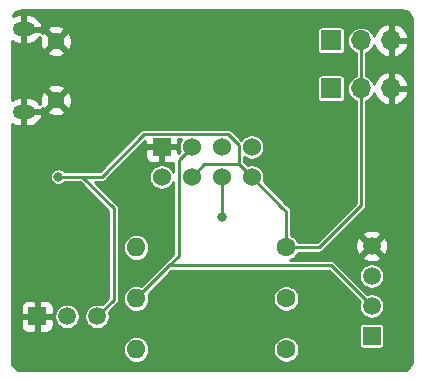
<source format=gbr>
G04 #@! TF.GenerationSoftware,KiCad,Pcbnew,5.1.2*
G04 #@! TF.CreationDate,2019-06-25T15:37:04+02:00*
G04 #@! TF.ProjectId,esp01-tempsensor,65737030-312d-4746-956d-7073656e736f,rev?*
G04 #@! TF.SameCoordinates,Original*
G04 #@! TF.FileFunction,Copper,L2,Bot*
G04 #@! TF.FilePolarity,Positive*
%FSLAX46Y46*%
G04 Gerber Fmt 4.6, Leading zero omitted, Abs format (unit mm)*
G04 Created by KiCad (PCBNEW 5.1.2) date 2019-06-25 15:37:04*
%MOMM*%
%LPD*%
G04 APERTURE LIST*
%ADD10C,1.524000*%
%ADD11R,1.524000X1.524000*%
%ADD12C,1.500000*%
%ADD13R,1.500000X1.500000*%
%ADD14C,1.520000*%
%ADD15R,1.520000X1.520000*%
%ADD16C,1.600000*%
%ADD17O,1.600000X1.600000*%
%ADD18C,1.450000*%
%ADD19O,1.900000X1.200000*%
%ADD20R,1.700000X1.700000*%
%ADD21O,1.700000X1.700000*%
%ADD22C,0.800000*%
%ADD23C,0.250000*%
%ADD24C,0.254000*%
G04 APERTURE END LIST*
D10*
X144145000Y-118237000D03*
X144145000Y-115697000D03*
X141605000Y-118237000D03*
X141605000Y-115697000D03*
X139065000Y-118237000D03*
X139065000Y-115697000D03*
X136525000Y-118237000D03*
D11*
X136525000Y-115697000D03*
D12*
X154305000Y-124079000D03*
X154305000Y-126619000D03*
X154305000Y-129159000D03*
D13*
X154305000Y-131699000D03*
D14*
X128524000Y-130048000D03*
X131064000Y-130048000D03*
D15*
X125984000Y-130048000D03*
D16*
X147066000Y-132842000D03*
D17*
X134366000Y-132842000D03*
D16*
X147066000Y-128524000D03*
D17*
X134366000Y-128524000D03*
D16*
X147066000Y-124206000D03*
D17*
X134366000Y-124206000D03*
D18*
X127572000Y-106720000D03*
X127572000Y-111720000D03*
D19*
X124872000Y-105720000D03*
X124872000Y-112720000D03*
D20*
X150876000Y-110744000D03*
D21*
X153416000Y-110744000D03*
X155956000Y-110744000D03*
D20*
X150876000Y-106680000D03*
D21*
X153416000Y-106680000D03*
X155956000Y-106680000D03*
D22*
X127772001Y-118226999D03*
X141605000Y-121666000D03*
D23*
X147066000Y-124206000D02*
X149860000Y-124206000D01*
X149860000Y-124206000D02*
X150876000Y-123190000D01*
X153416000Y-107882081D02*
X153416000Y-110744000D01*
X153416000Y-106680000D02*
X153416000Y-107882081D01*
X153416000Y-120650000D02*
X150876000Y-123190000D01*
X153416000Y-110744000D02*
X153416000Y-120650000D01*
X147066000Y-124206000D02*
X147066000Y-121158000D01*
X132461000Y-128651000D02*
X131064000Y-130048000D01*
X132461000Y-120904000D02*
X132461000Y-128651000D01*
X127772001Y-118226999D02*
X129783999Y-118226999D01*
X129783999Y-118226999D02*
X132461000Y-120904000D01*
X147066000Y-121158000D02*
X146748500Y-120840500D01*
X146748500Y-120840500D02*
X144145000Y-118237000D01*
X129783999Y-118226999D02*
X131455001Y-118226999D01*
X143383001Y-117475001D02*
X144145000Y-118237000D01*
X143057999Y-117149999D02*
X143383001Y-117475001D01*
X143057999Y-115541237D02*
X143057999Y-117149999D01*
X142126761Y-114609999D02*
X143057999Y-115541237D01*
X135072001Y-114609999D02*
X142126761Y-114609999D01*
X131455001Y-118226999D02*
X135072001Y-114609999D01*
X140152001Y-117149999D02*
X143057999Y-117149999D01*
X139065000Y-118237000D02*
X140152001Y-117149999D01*
X137160000Y-125730000D02*
X134366000Y-128524000D01*
X150876000Y-125730000D02*
X154305000Y-129159000D01*
X137160000Y-125730000D02*
X150876000Y-125730000D01*
X138303001Y-116458999D02*
X139065000Y-115697000D01*
X137977999Y-124912001D02*
X137977999Y-116784001D01*
X137977999Y-116784001D02*
X138303001Y-116458999D01*
X137160000Y-125730000D02*
X137977999Y-124912001D01*
X141605000Y-121666000D02*
X141605000Y-118237000D01*
D24*
G36*
X157031189Y-104157376D02*
G01*
X157194850Y-104207022D01*
X157345672Y-104287638D01*
X157477870Y-104396130D01*
X157586362Y-104528328D01*
X157666978Y-104679150D01*
X157716624Y-104842811D01*
X157734000Y-105019234D01*
X157734000Y-133740766D01*
X157716624Y-133917189D01*
X157666978Y-134080850D01*
X157586362Y-134231672D01*
X157477870Y-134363870D01*
X157345672Y-134472362D01*
X157194850Y-134552978D01*
X157031189Y-134602624D01*
X156854766Y-134620000D01*
X124704234Y-134620000D01*
X124527811Y-134602624D01*
X124364150Y-134552978D01*
X124213328Y-134472362D01*
X124081130Y-134363870D01*
X123972638Y-134231672D01*
X123892022Y-134080850D01*
X123842376Y-133917189D01*
X123825000Y-133740766D01*
X123825000Y-132842000D01*
X133233547Y-132842000D01*
X133255307Y-133062931D01*
X133319750Y-133275371D01*
X133424400Y-133471157D01*
X133565235Y-133642765D01*
X133736843Y-133783600D01*
X133932629Y-133888250D01*
X134145069Y-133952693D01*
X134310635Y-133969000D01*
X134421365Y-133969000D01*
X134586931Y-133952693D01*
X134799371Y-133888250D01*
X134995157Y-133783600D01*
X135166765Y-133642765D01*
X135307600Y-133471157D01*
X135412250Y-133275371D01*
X135476693Y-133062931D01*
X135498453Y-132842000D01*
X135487521Y-132731000D01*
X145939000Y-132731000D01*
X145939000Y-132953000D01*
X145982310Y-133170734D01*
X146067266Y-133375835D01*
X146190602Y-133560421D01*
X146347579Y-133717398D01*
X146532165Y-133840734D01*
X146737266Y-133925690D01*
X146955000Y-133969000D01*
X147177000Y-133969000D01*
X147394734Y-133925690D01*
X147599835Y-133840734D01*
X147784421Y-133717398D01*
X147941398Y-133560421D01*
X148064734Y-133375835D01*
X148149690Y-133170734D01*
X148193000Y-132953000D01*
X148193000Y-132731000D01*
X148149690Y-132513266D01*
X148064734Y-132308165D01*
X147941398Y-132123579D01*
X147784421Y-131966602D01*
X147599835Y-131843266D01*
X147394734Y-131758310D01*
X147177000Y-131715000D01*
X146955000Y-131715000D01*
X146737266Y-131758310D01*
X146532165Y-131843266D01*
X146347579Y-131966602D01*
X146190602Y-132123579D01*
X146067266Y-132308165D01*
X145982310Y-132513266D01*
X145939000Y-132731000D01*
X135487521Y-132731000D01*
X135476693Y-132621069D01*
X135412250Y-132408629D01*
X135307600Y-132212843D01*
X135166765Y-132041235D01*
X134995157Y-131900400D01*
X134799371Y-131795750D01*
X134586931Y-131731307D01*
X134421365Y-131715000D01*
X134310635Y-131715000D01*
X134145069Y-131731307D01*
X133932629Y-131795750D01*
X133736843Y-131900400D01*
X133565235Y-132041235D01*
X133424400Y-132212843D01*
X133319750Y-132408629D01*
X133255307Y-132621069D01*
X133233547Y-132842000D01*
X123825000Y-132842000D01*
X123825000Y-130808000D01*
X124585928Y-130808000D01*
X124598188Y-130932482D01*
X124634498Y-131052180D01*
X124693463Y-131162494D01*
X124772815Y-131259185D01*
X124869506Y-131338537D01*
X124979820Y-131397502D01*
X125099518Y-131433812D01*
X125224000Y-131446072D01*
X125698250Y-131443000D01*
X125857000Y-131284250D01*
X125857000Y-130175000D01*
X126111000Y-130175000D01*
X126111000Y-131284250D01*
X126269750Y-131443000D01*
X126744000Y-131446072D01*
X126868482Y-131433812D01*
X126988180Y-131397502D01*
X127098494Y-131338537D01*
X127195185Y-131259185D01*
X127274537Y-131162494D01*
X127333502Y-131052180D01*
X127369812Y-130932482D01*
X127382072Y-130808000D01*
X127379000Y-130333750D01*
X127220250Y-130175000D01*
X126111000Y-130175000D01*
X125857000Y-130175000D01*
X124747750Y-130175000D01*
X124589000Y-130333750D01*
X124585928Y-130808000D01*
X123825000Y-130808000D01*
X123825000Y-129940940D01*
X127437000Y-129940940D01*
X127437000Y-130155060D01*
X127478772Y-130365066D01*
X127560713Y-130562888D01*
X127679672Y-130740922D01*
X127831078Y-130892328D01*
X128009112Y-131011287D01*
X128206934Y-131093228D01*
X128416940Y-131135000D01*
X128631060Y-131135000D01*
X128841066Y-131093228D01*
X129038888Y-131011287D01*
X129216922Y-130892328D01*
X129368328Y-130740922D01*
X129487287Y-130562888D01*
X129569228Y-130365066D01*
X129611000Y-130155060D01*
X129611000Y-129940940D01*
X129569228Y-129730934D01*
X129487287Y-129533112D01*
X129368328Y-129355078D01*
X129216922Y-129203672D01*
X129038888Y-129084713D01*
X128841066Y-129002772D01*
X128631060Y-128961000D01*
X128416940Y-128961000D01*
X128206934Y-129002772D01*
X128009112Y-129084713D01*
X127831078Y-129203672D01*
X127679672Y-129355078D01*
X127560713Y-129533112D01*
X127478772Y-129730934D01*
X127437000Y-129940940D01*
X123825000Y-129940940D01*
X123825000Y-129288000D01*
X124585928Y-129288000D01*
X124589000Y-129762250D01*
X124747750Y-129921000D01*
X125857000Y-129921000D01*
X125857000Y-128811750D01*
X126111000Y-128811750D01*
X126111000Y-129921000D01*
X127220250Y-129921000D01*
X127379000Y-129762250D01*
X127382072Y-129288000D01*
X127369812Y-129163518D01*
X127333502Y-129043820D01*
X127274537Y-128933506D01*
X127195185Y-128836815D01*
X127098494Y-128757463D01*
X126988180Y-128698498D01*
X126868482Y-128662188D01*
X126744000Y-128649928D01*
X126269750Y-128653000D01*
X126111000Y-128811750D01*
X125857000Y-128811750D01*
X125698250Y-128653000D01*
X125224000Y-128649928D01*
X125099518Y-128662188D01*
X124979820Y-128698498D01*
X124869506Y-128757463D01*
X124772815Y-128836815D01*
X124693463Y-128933506D01*
X124634498Y-129043820D01*
X124598188Y-129163518D01*
X124585928Y-129288000D01*
X123825000Y-129288000D01*
X123825000Y-118155396D01*
X127045001Y-118155396D01*
X127045001Y-118298602D01*
X127072939Y-118439057D01*
X127127742Y-118571363D01*
X127207303Y-118690435D01*
X127308565Y-118791697D01*
X127427637Y-118871258D01*
X127559943Y-118926061D01*
X127700398Y-118953999D01*
X127843604Y-118953999D01*
X127984059Y-118926061D01*
X128116365Y-118871258D01*
X128235437Y-118791697D01*
X128336699Y-118690435D01*
X128344340Y-118678999D01*
X129596776Y-118678999D01*
X132009000Y-121091225D01*
X132009001Y-128463774D01*
X131443955Y-129028821D01*
X131381066Y-129002772D01*
X131171060Y-128961000D01*
X130956940Y-128961000D01*
X130746934Y-129002772D01*
X130549112Y-129084713D01*
X130371078Y-129203672D01*
X130219672Y-129355078D01*
X130100713Y-129533112D01*
X130018772Y-129730934D01*
X129977000Y-129940940D01*
X129977000Y-130155060D01*
X130018772Y-130365066D01*
X130100713Y-130562888D01*
X130219672Y-130740922D01*
X130371078Y-130892328D01*
X130549112Y-131011287D01*
X130746934Y-131093228D01*
X130956940Y-131135000D01*
X131171060Y-131135000D01*
X131381066Y-131093228D01*
X131578888Y-131011287D01*
X131672106Y-130949000D01*
X153226418Y-130949000D01*
X153226418Y-132449000D01*
X153232732Y-132513103D01*
X153251430Y-132574743D01*
X153281794Y-132631550D01*
X153322657Y-132681343D01*
X153372450Y-132722206D01*
X153429257Y-132752570D01*
X153490897Y-132771268D01*
X153555000Y-132777582D01*
X155055000Y-132777582D01*
X155119103Y-132771268D01*
X155180743Y-132752570D01*
X155237550Y-132722206D01*
X155287343Y-132681343D01*
X155328206Y-132631550D01*
X155358570Y-132574743D01*
X155377268Y-132513103D01*
X155383582Y-132449000D01*
X155383582Y-130949000D01*
X155377268Y-130884897D01*
X155358570Y-130823257D01*
X155328206Y-130766450D01*
X155287343Y-130716657D01*
X155237550Y-130675794D01*
X155180743Y-130645430D01*
X155119103Y-130626732D01*
X155055000Y-130620418D01*
X153555000Y-130620418D01*
X153490897Y-130626732D01*
X153429257Y-130645430D01*
X153372450Y-130675794D01*
X153322657Y-130716657D01*
X153281794Y-130766450D01*
X153251430Y-130823257D01*
X153232732Y-130884897D01*
X153226418Y-130949000D01*
X131672106Y-130949000D01*
X131756922Y-130892328D01*
X131908328Y-130740922D01*
X132027287Y-130562888D01*
X132109228Y-130365066D01*
X132151000Y-130155060D01*
X132151000Y-129940940D01*
X132109228Y-129730934D01*
X132083179Y-129668045D01*
X132764910Y-128986315D01*
X132782159Y-128972159D01*
X132838643Y-128903333D01*
X132880614Y-128824810D01*
X132906460Y-128739607D01*
X132913000Y-128673205D01*
X132915187Y-128651001D01*
X132913000Y-128628796D01*
X132913000Y-124206000D01*
X133233547Y-124206000D01*
X133255307Y-124426931D01*
X133319750Y-124639371D01*
X133424400Y-124835157D01*
X133565235Y-125006765D01*
X133736843Y-125147600D01*
X133932629Y-125252250D01*
X134145069Y-125316693D01*
X134310635Y-125333000D01*
X134421365Y-125333000D01*
X134586931Y-125316693D01*
X134799371Y-125252250D01*
X134995157Y-125147600D01*
X135166765Y-125006765D01*
X135307600Y-124835157D01*
X135412250Y-124639371D01*
X135476693Y-124426931D01*
X135498453Y-124206000D01*
X135476693Y-123985069D01*
X135412250Y-123772629D01*
X135307600Y-123576843D01*
X135166765Y-123405235D01*
X134995157Y-123264400D01*
X134799371Y-123159750D01*
X134586931Y-123095307D01*
X134421365Y-123079000D01*
X134310635Y-123079000D01*
X134145069Y-123095307D01*
X133932629Y-123159750D01*
X133736843Y-123264400D01*
X133565235Y-123405235D01*
X133424400Y-123576843D01*
X133319750Y-123772629D01*
X133255307Y-123985069D01*
X133233547Y-124206000D01*
X132913000Y-124206000D01*
X132913000Y-120926204D01*
X132915187Y-120903999D01*
X132906460Y-120815392D01*
X132880614Y-120730190D01*
X132866515Y-120703813D01*
X132838643Y-120651667D01*
X132782159Y-120582841D01*
X132764912Y-120568687D01*
X130875223Y-118678999D01*
X131432796Y-118678999D01*
X131455001Y-118681186D01*
X131477206Y-118678999D01*
X131543608Y-118672459D01*
X131628811Y-118646613D01*
X131707334Y-118604642D01*
X131776160Y-118548158D01*
X131790324Y-118530899D01*
X133862224Y-116459000D01*
X135124928Y-116459000D01*
X135137188Y-116583482D01*
X135173498Y-116703180D01*
X135232463Y-116813494D01*
X135311815Y-116910185D01*
X135408506Y-116989537D01*
X135518820Y-117048502D01*
X135638518Y-117084812D01*
X135763000Y-117097072D01*
X136239250Y-117094000D01*
X136398000Y-116935250D01*
X136398000Y-115824000D01*
X135286750Y-115824000D01*
X135128000Y-115982750D01*
X135124928Y-116459000D01*
X133862224Y-116459000D01*
X135126603Y-115194622D01*
X135128000Y-115411250D01*
X135286750Y-115570000D01*
X136398000Y-115570000D01*
X136398000Y-115550000D01*
X136652000Y-115550000D01*
X136652000Y-115570000D01*
X137763250Y-115570000D01*
X137922000Y-115411250D01*
X137924253Y-115061999D01*
X138179565Y-115061999D01*
X138099941Y-115181165D01*
X138017850Y-115379350D01*
X137976000Y-115589743D01*
X137976000Y-115804257D01*
X138017850Y-116014650D01*
X138044291Y-116078485D01*
X137999100Y-116123677D01*
X137999089Y-116123686D01*
X137923397Y-116199378D01*
X137922000Y-115982750D01*
X137763250Y-115824000D01*
X136652000Y-115824000D01*
X136652000Y-116935250D01*
X136810750Y-117094000D01*
X137287000Y-117097072D01*
X137411482Y-117084812D01*
X137526000Y-117050073D01*
X137526000Y-117807934D01*
X137490059Y-117721165D01*
X137370881Y-117542803D01*
X137219197Y-117391119D01*
X137040835Y-117271941D01*
X136842650Y-117189850D01*
X136632257Y-117148000D01*
X136417743Y-117148000D01*
X136207350Y-117189850D01*
X136009165Y-117271941D01*
X135830803Y-117391119D01*
X135679119Y-117542803D01*
X135559941Y-117721165D01*
X135477850Y-117919350D01*
X135436000Y-118129743D01*
X135436000Y-118344257D01*
X135477850Y-118554650D01*
X135559941Y-118752835D01*
X135679119Y-118931197D01*
X135830803Y-119082881D01*
X136009165Y-119202059D01*
X136207350Y-119284150D01*
X136417743Y-119326000D01*
X136632257Y-119326000D01*
X136842650Y-119284150D01*
X137040835Y-119202059D01*
X137219197Y-119082881D01*
X137370881Y-118931197D01*
X137490059Y-118752835D01*
X137526000Y-118666066D01*
X137525999Y-124724776D01*
X136856100Y-125394677D01*
X136838841Y-125408841D01*
X136824681Y-125426095D01*
X134779158Y-127471619D01*
X134586931Y-127413307D01*
X134421365Y-127397000D01*
X134310635Y-127397000D01*
X134145069Y-127413307D01*
X133932629Y-127477750D01*
X133736843Y-127582400D01*
X133565235Y-127723235D01*
X133424400Y-127894843D01*
X133319750Y-128090629D01*
X133255307Y-128303069D01*
X133233547Y-128524000D01*
X133255307Y-128744931D01*
X133319750Y-128957371D01*
X133424400Y-129153157D01*
X133565235Y-129324765D01*
X133736843Y-129465600D01*
X133932629Y-129570250D01*
X134145069Y-129634693D01*
X134310635Y-129651000D01*
X134421365Y-129651000D01*
X134586931Y-129634693D01*
X134799371Y-129570250D01*
X134995157Y-129465600D01*
X135166765Y-129324765D01*
X135307600Y-129153157D01*
X135412250Y-128957371D01*
X135476693Y-128744931D01*
X135498453Y-128524000D01*
X135487521Y-128413000D01*
X145939000Y-128413000D01*
X145939000Y-128635000D01*
X145982310Y-128852734D01*
X146067266Y-129057835D01*
X146190602Y-129242421D01*
X146347579Y-129399398D01*
X146532165Y-129522734D01*
X146737266Y-129607690D01*
X146955000Y-129651000D01*
X147177000Y-129651000D01*
X147394734Y-129607690D01*
X147599835Y-129522734D01*
X147784421Y-129399398D01*
X147941398Y-129242421D01*
X148064734Y-129057835D01*
X148149690Y-128852734D01*
X148193000Y-128635000D01*
X148193000Y-128413000D01*
X148149690Y-128195266D01*
X148064734Y-127990165D01*
X147941398Y-127805579D01*
X147784421Y-127648602D01*
X147599835Y-127525266D01*
X147394734Y-127440310D01*
X147177000Y-127397000D01*
X146955000Y-127397000D01*
X146737266Y-127440310D01*
X146532165Y-127525266D01*
X146347579Y-127648602D01*
X146190602Y-127805579D01*
X146067266Y-127990165D01*
X145982310Y-128195266D01*
X145939000Y-128413000D01*
X135487521Y-128413000D01*
X135476693Y-128303069D01*
X135418381Y-128110842D01*
X137347224Y-126182000D01*
X150688777Y-126182000D01*
X153293476Y-128786700D01*
X153269389Y-128844851D01*
X153228000Y-129052925D01*
X153228000Y-129265075D01*
X153269389Y-129473149D01*
X153350575Y-129669151D01*
X153468440Y-129845547D01*
X153618453Y-129995560D01*
X153794849Y-130113425D01*
X153990851Y-130194611D01*
X154198925Y-130236000D01*
X154411075Y-130236000D01*
X154619149Y-130194611D01*
X154815151Y-130113425D01*
X154991547Y-129995560D01*
X155141560Y-129845547D01*
X155259425Y-129669151D01*
X155340611Y-129473149D01*
X155382000Y-129265075D01*
X155382000Y-129052925D01*
X155340611Y-128844851D01*
X155259425Y-128648849D01*
X155141560Y-128472453D01*
X154991547Y-128322440D01*
X154815151Y-128204575D01*
X154619149Y-128123389D01*
X154411075Y-128082000D01*
X154198925Y-128082000D01*
X153990851Y-128123389D01*
X153932700Y-128147476D01*
X152298149Y-126512925D01*
X153228000Y-126512925D01*
X153228000Y-126725075D01*
X153269389Y-126933149D01*
X153350575Y-127129151D01*
X153468440Y-127305547D01*
X153618453Y-127455560D01*
X153794849Y-127573425D01*
X153990851Y-127654611D01*
X154198925Y-127696000D01*
X154411075Y-127696000D01*
X154619149Y-127654611D01*
X154815151Y-127573425D01*
X154991547Y-127455560D01*
X155141560Y-127305547D01*
X155259425Y-127129151D01*
X155340611Y-126933149D01*
X155382000Y-126725075D01*
X155382000Y-126512925D01*
X155340611Y-126304851D01*
X155259425Y-126108849D01*
X155141560Y-125932453D01*
X154991547Y-125782440D01*
X154815151Y-125664575D01*
X154619149Y-125583389D01*
X154411075Y-125542000D01*
X154198925Y-125542000D01*
X153990851Y-125583389D01*
X153794849Y-125664575D01*
X153618453Y-125782440D01*
X153468440Y-125932453D01*
X153350575Y-126108849D01*
X153269389Y-126304851D01*
X153228000Y-126512925D01*
X152298149Y-126512925D01*
X151211323Y-125426100D01*
X151197159Y-125408841D01*
X151128333Y-125352357D01*
X151049810Y-125310386D01*
X150964607Y-125284540D01*
X150898205Y-125278000D01*
X150876000Y-125275813D01*
X150853795Y-125278000D01*
X147422956Y-125278000D01*
X147599835Y-125204734D01*
X147784421Y-125081398D01*
X147829826Y-125035993D01*
X153527612Y-125035993D01*
X153593137Y-125274860D01*
X153840116Y-125390760D01*
X154104960Y-125456250D01*
X154377492Y-125468812D01*
X154647238Y-125427965D01*
X154903832Y-125335277D01*
X155016863Y-125274860D01*
X155082388Y-125035993D01*
X154305000Y-124258605D01*
X153527612Y-125035993D01*
X147829826Y-125035993D01*
X147941398Y-124924421D01*
X148064734Y-124739835D01*
X148098631Y-124658000D01*
X149837795Y-124658000D01*
X149860000Y-124660187D01*
X149882205Y-124658000D01*
X149948607Y-124651460D01*
X150033810Y-124625614D01*
X150112333Y-124583643D01*
X150181159Y-124527159D01*
X150195323Y-124509900D01*
X150553731Y-124151492D01*
X152915188Y-124151492D01*
X152956035Y-124421238D01*
X153048723Y-124677832D01*
X153109140Y-124790863D01*
X153348007Y-124856388D01*
X154125395Y-124079000D01*
X154484605Y-124079000D01*
X155261993Y-124856388D01*
X155500860Y-124790863D01*
X155616760Y-124543884D01*
X155682250Y-124279040D01*
X155694812Y-124006508D01*
X155653965Y-123736762D01*
X155561277Y-123480168D01*
X155500860Y-123367137D01*
X155261993Y-123301612D01*
X154484605Y-124079000D01*
X154125395Y-124079000D01*
X153348007Y-123301612D01*
X153109140Y-123367137D01*
X152993240Y-123614116D01*
X152927750Y-123878960D01*
X152915188Y-124151492D01*
X150553731Y-124151492D01*
X151211313Y-123493911D01*
X151211317Y-123493906D01*
X151583216Y-123122007D01*
X153527612Y-123122007D01*
X154305000Y-123899395D01*
X155082388Y-123122007D01*
X155016863Y-122883140D01*
X154769884Y-122767240D01*
X154505040Y-122701750D01*
X154232508Y-122689188D01*
X153962762Y-122730035D01*
X153706168Y-122822723D01*
X153593137Y-122883140D01*
X153527612Y-123122007D01*
X151583216Y-123122007D01*
X153719911Y-120985314D01*
X153737159Y-120971159D01*
X153793643Y-120902333D01*
X153835614Y-120823810D01*
X153861460Y-120738607D01*
X153868000Y-120672205D01*
X153868000Y-120672204D01*
X153870187Y-120650001D01*
X153868000Y-120627798D01*
X153868000Y-111836848D01*
X153868597Y-111836667D01*
X154073070Y-111727374D01*
X154252291Y-111580291D01*
X154399374Y-111401070D01*
X154508667Y-111196597D01*
X154527014Y-111136115D01*
X154611843Y-111375252D01*
X154760822Y-111625355D01*
X154955731Y-111841588D01*
X155189080Y-112015641D01*
X155451901Y-112140825D01*
X155599110Y-112185476D01*
X155829000Y-112064155D01*
X155829000Y-110871000D01*
X156083000Y-110871000D01*
X156083000Y-112064155D01*
X156312890Y-112185476D01*
X156460099Y-112140825D01*
X156722920Y-112015641D01*
X156956269Y-111841588D01*
X157151178Y-111625355D01*
X157300157Y-111375252D01*
X157397481Y-111100891D01*
X157276814Y-110871000D01*
X156083000Y-110871000D01*
X155829000Y-110871000D01*
X155809000Y-110871000D01*
X155809000Y-110617000D01*
X155829000Y-110617000D01*
X155829000Y-109423845D01*
X156083000Y-109423845D01*
X156083000Y-110617000D01*
X157276814Y-110617000D01*
X157397481Y-110387109D01*
X157300157Y-110112748D01*
X157151178Y-109862645D01*
X156956269Y-109646412D01*
X156722920Y-109472359D01*
X156460099Y-109347175D01*
X156312890Y-109302524D01*
X156083000Y-109423845D01*
X155829000Y-109423845D01*
X155599110Y-109302524D01*
X155451901Y-109347175D01*
X155189080Y-109472359D01*
X154955731Y-109646412D01*
X154760822Y-109862645D01*
X154611843Y-110112748D01*
X154527014Y-110351885D01*
X154508667Y-110291403D01*
X154399374Y-110086930D01*
X154252291Y-109907709D01*
X154073070Y-109760626D01*
X153868597Y-109651333D01*
X153868000Y-109651152D01*
X153868000Y-107772848D01*
X153868597Y-107772667D01*
X154073070Y-107663374D01*
X154252291Y-107516291D01*
X154399374Y-107337070D01*
X154508667Y-107132597D01*
X154527014Y-107072115D01*
X154611843Y-107311252D01*
X154760822Y-107561355D01*
X154955731Y-107777588D01*
X155189080Y-107951641D01*
X155451901Y-108076825D01*
X155599110Y-108121476D01*
X155829000Y-108000155D01*
X155829000Y-106807000D01*
X156083000Y-106807000D01*
X156083000Y-108000155D01*
X156312890Y-108121476D01*
X156460099Y-108076825D01*
X156722920Y-107951641D01*
X156956269Y-107777588D01*
X157151178Y-107561355D01*
X157300157Y-107311252D01*
X157397481Y-107036891D01*
X157276814Y-106807000D01*
X156083000Y-106807000D01*
X155829000Y-106807000D01*
X155809000Y-106807000D01*
X155809000Y-106553000D01*
X155829000Y-106553000D01*
X155829000Y-105359845D01*
X156083000Y-105359845D01*
X156083000Y-106553000D01*
X157276814Y-106553000D01*
X157397481Y-106323109D01*
X157300157Y-106048748D01*
X157151178Y-105798645D01*
X156956269Y-105582412D01*
X156722920Y-105408359D01*
X156460099Y-105283175D01*
X156312890Y-105238524D01*
X156083000Y-105359845D01*
X155829000Y-105359845D01*
X155599110Y-105238524D01*
X155451901Y-105283175D01*
X155189080Y-105408359D01*
X154955731Y-105582412D01*
X154760822Y-105798645D01*
X154611843Y-106048748D01*
X154527014Y-106287885D01*
X154508667Y-106227403D01*
X154399374Y-106022930D01*
X154252291Y-105843709D01*
X154073070Y-105696626D01*
X153868597Y-105587333D01*
X153646732Y-105520031D01*
X153473812Y-105503000D01*
X153358188Y-105503000D01*
X153185268Y-105520031D01*
X152963403Y-105587333D01*
X152758930Y-105696626D01*
X152579709Y-105843709D01*
X152432626Y-106022930D01*
X152323333Y-106227403D01*
X152256031Y-106449268D01*
X152233306Y-106680000D01*
X152256031Y-106910732D01*
X152323333Y-107132597D01*
X152432626Y-107337070D01*
X152579709Y-107516291D01*
X152758930Y-107663374D01*
X152963403Y-107772667D01*
X152964001Y-107772848D01*
X152964001Y-107859867D01*
X152964000Y-107859877D01*
X152964001Y-109651152D01*
X152963403Y-109651333D01*
X152758930Y-109760626D01*
X152579709Y-109907709D01*
X152432626Y-110086930D01*
X152323333Y-110291403D01*
X152256031Y-110513268D01*
X152233306Y-110744000D01*
X152256031Y-110974732D01*
X152323333Y-111196597D01*
X152432626Y-111401070D01*
X152579709Y-111580291D01*
X152758930Y-111727374D01*
X152963403Y-111836667D01*
X152964000Y-111836848D01*
X152964001Y-120462774D01*
X150572094Y-122854683D01*
X150572089Y-122854687D01*
X149672777Y-123754000D01*
X148098631Y-123754000D01*
X148064734Y-123672165D01*
X147941398Y-123487579D01*
X147784421Y-123330602D01*
X147599835Y-123207266D01*
X147518000Y-123173369D01*
X147518000Y-121180205D01*
X147520187Y-121158000D01*
X147511460Y-121069392D01*
X147485614Y-120984190D01*
X147469430Y-120953912D01*
X147443643Y-120905667D01*
X147387159Y-120836841D01*
X147369905Y-120822681D01*
X147083817Y-120536594D01*
X147083813Y-120536589D01*
X145165709Y-118618485D01*
X145192150Y-118554650D01*
X145234000Y-118344257D01*
X145234000Y-118129743D01*
X145192150Y-117919350D01*
X145110059Y-117721165D01*
X144990881Y-117542803D01*
X144839197Y-117391119D01*
X144660835Y-117271941D01*
X144462650Y-117189850D01*
X144252257Y-117148000D01*
X144037743Y-117148000D01*
X143827350Y-117189850D01*
X143763515Y-117216291D01*
X143718323Y-117171100D01*
X143718314Y-117171089D01*
X143509999Y-116962775D01*
X143509999Y-116582435D01*
X143629165Y-116662059D01*
X143827350Y-116744150D01*
X144037743Y-116786000D01*
X144252257Y-116786000D01*
X144462650Y-116744150D01*
X144660835Y-116662059D01*
X144839197Y-116542881D01*
X144990881Y-116391197D01*
X145110059Y-116212835D01*
X145192150Y-116014650D01*
X145234000Y-115804257D01*
X145234000Y-115589743D01*
X145192150Y-115379350D01*
X145110059Y-115181165D01*
X144990881Y-115002803D01*
X144839197Y-114851119D01*
X144660835Y-114731941D01*
X144462650Y-114649850D01*
X144252257Y-114608000D01*
X144037743Y-114608000D01*
X143827350Y-114649850D01*
X143629165Y-114731941D01*
X143450803Y-114851119D01*
X143299119Y-115002803D01*
X143242911Y-115086924D01*
X142462084Y-114306099D01*
X142447920Y-114288840D01*
X142379094Y-114232356D01*
X142300571Y-114190385D01*
X142215368Y-114164539D01*
X142148966Y-114157999D01*
X142126761Y-114155812D01*
X142104556Y-114157999D01*
X135094203Y-114157999D01*
X135072000Y-114155812D01*
X135049797Y-114157999D01*
X135049796Y-114157999D01*
X134983394Y-114164539D01*
X134898191Y-114190385D01*
X134819668Y-114232356D01*
X134750842Y-114288840D01*
X134736687Y-114306088D01*
X131267778Y-117774999D01*
X129806204Y-117774999D01*
X129783999Y-117772812D01*
X129761794Y-117774999D01*
X128344340Y-117774999D01*
X128336699Y-117763563D01*
X128235437Y-117662301D01*
X128116365Y-117582740D01*
X127984059Y-117527937D01*
X127843604Y-117499999D01*
X127700398Y-117499999D01*
X127559943Y-117527937D01*
X127427637Y-117582740D01*
X127308565Y-117662301D01*
X127207303Y-117763563D01*
X127127742Y-117882635D01*
X127072939Y-118014941D01*
X127045001Y-118155396D01*
X123825000Y-118155396D01*
X123825000Y-113740191D01*
X123932054Y-113812390D01*
X124156504Y-113906493D01*
X124395000Y-113955000D01*
X124745000Y-113955000D01*
X124745000Y-112847000D01*
X124999000Y-112847000D01*
X124999000Y-113955000D01*
X125349000Y-113955000D01*
X125587496Y-113906493D01*
X125811946Y-113812390D01*
X126013725Y-113676307D01*
X126185078Y-113503474D01*
X126319421Y-113300533D01*
X126411591Y-113075282D01*
X126415462Y-113037609D01*
X126290731Y-112847000D01*
X124999000Y-112847000D01*
X124745000Y-112847000D01*
X124725000Y-112847000D01*
X124725000Y-112659133D01*
X126812472Y-112659133D01*
X126874965Y-112895450D01*
X127117678Y-113008850D01*
X127377849Y-113072719D01*
X127645482Y-113084604D01*
X127910291Y-113044048D01*
X128162100Y-112952609D01*
X128269035Y-112895450D01*
X128331528Y-112659133D01*
X127572000Y-111899605D01*
X126812472Y-112659133D01*
X124725000Y-112659133D01*
X124725000Y-112593000D01*
X124745000Y-112593000D01*
X124745000Y-111485000D01*
X124999000Y-111485000D01*
X124999000Y-112593000D01*
X126290731Y-112593000D01*
X126404503Y-112419138D01*
X126632867Y-112479528D01*
X127392395Y-111720000D01*
X127751605Y-111720000D01*
X128511133Y-112479528D01*
X128747450Y-112417035D01*
X128860850Y-112174322D01*
X128924719Y-111914151D01*
X128936604Y-111646518D01*
X128896048Y-111381709D01*
X128804609Y-111129900D01*
X128747450Y-111022965D01*
X128511133Y-110960472D01*
X127751605Y-111720000D01*
X127392395Y-111720000D01*
X126632867Y-110960472D01*
X126396550Y-111022965D01*
X126283150Y-111265678D01*
X126219281Y-111525849D01*
X126207396Y-111793482D01*
X126242615Y-112023442D01*
X126185078Y-111936526D01*
X126013725Y-111763693D01*
X125811946Y-111627610D01*
X125587496Y-111533507D01*
X125349000Y-111485000D01*
X124999000Y-111485000D01*
X124745000Y-111485000D01*
X124395000Y-111485000D01*
X124156504Y-111533507D01*
X123932054Y-111627610D01*
X123825000Y-111699809D01*
X123825000Y-110780867D01*
X126812472Y-110780867D01*
X127572000Y-111540395D01*
X128331528Y-110780867D01*
X128269035Y-110544550D01*
X128026322Y-110431150D01*
X127766151Y-110367281D01*
X127498518Y-110355396D01*
X127233709Y-110395952D01*
X126981900Y-110487391D01*
X126874965Y-110544550D01*
X126812472Y-110780867D01*
X123825000Y-110780867D01*
X123825000Y-109894000D01*
X149697418Y-109894000D01*
X149697418Y-111594000D01*
X149703732Y-111658103D01*
X149722430Y-111719743D01*
X149752794Y-111776550D01*
X149793657Y-111826343D01*
X149843450Y-111867206D01*
X149900257Y-111897570D01*
X149961897Y-111916268D01*
X150026000Y-111922582D01*
X151726000Y-111922582D01*
X151790103Y-111916268D01*
X151851743Y-111897570D01*
X151908550Y-111867206D01*
X151958343Y-111826343D01*
X151999206Y-111776550D01*
X152029570Y-111719743D01*
X152048268Y-111658103D01*
X152054582Y-111594000D01*
X152054582Y-109894000D01*
X152048268Y-109829897D01*
X152029570Y-109768257D01*
X151999206Y-109711450D01*
X151958343Y-109661657D01*
X151908550Y-109620794D01*
X151851743Y-109590430D01*
X151790103Y-109571732D01*
X151726000Y-109565418D01*
X150026000Y-109565418D01*
X149961897Y-109571732D01*
X149900257Y-109590430D01*
X149843450Y-109620794D01*
X149793657Y-109661657D01*
X149752794Y-109711450D01*
X149722430Y-109768257D01*
X149703732Y-109829897D01*
X149697418Y-109894000D01*
X123825000Y-109894000D01*
X123825000Y-107659133D01*
X126812472Y-107659133D01*
X126874965Y-107895450D01*
X127117678Y-108008850D01*
X127377849Y-108072719D01*
X127645482Y-108084604D01*
X127910291Y-108044048D01*
X128162100Y-107952609D01*
X128269035Y-107895450D01*
X128331528Y-107659133D01*
X127572000Y-106899605D01*
X126812472Y-107659133D01*
X123825000Y-107659133D01*
X123825000Y-106740191D01*
X123932054Y-106812390D01*
X124156504Y-106906493D01*
X124395000Y-106955000D01*
X124745000Y-106955000D01*
X124745000Y-105847000D01*
X124999000Y-105847000D01*
X124999000Y-106955000D01*
X125349000Y-106955000D01*
X125587496Y-106906493D01*
X125811946Y-106812390D01*
X126013725Y-106676307D01*
X126185078Y-106503474D01*
X126248171Y-106408164D01*
X126219281Y-106525849D01*
X126207396Y-106793482D01*
X126247952Y-107058291D01*
X126339391Y-107310100D01*
X126396550Y-107417035D01*
X126632867Y-107479528D01*
X127392395Y-106720000D01*
X127751605Y-106720000D01*
X128511133Y-107479528D01*
X128747450Y-107417035D01*
X128860850Y-107174322D01*
X128924719Y-106914151D01*
X128936604Y-106646518D01*
X128896048Y-106381709D01*
X128804609Y-106129900D01*
X128747450Y-106022965D01*
X128511133Y-105960472D01*
X127751605Y-106720000D01*
X127392395Y-106720000D01*
X126632867Y-105960472D01*
X126404503Y-106020862D01*
X126290731Y-105847000D01*
X124999000Y-105847000D01*
X124745000Y-105847000D01*
X124725000Y-105847000D01*
X124725000Y-105780867D01*
X126812472Y-105780867D01*
X127572000Y-106540395D01*
X128282395Y-105830000D01*
X149697418Y-105830000D01*
X149697418Y-107530000D01*
X149703732Y-107594103D01*
X149722430Y-107655743D01*
X149752794Y-107712550D01*
X149793657Y-107762343D01*
X149843450Y-107803206D01*
X149900257Y-107833570D01*
X149961897Y-107852268D01*
X150026000Y-107858582D01*
X151726000Y-107858582D01*
X151790103Y-107852268D01*
X151851743Y-107833570D01*
X151908550Y-107803206D01*
X151958343Y-107762343D01*
X151999206Y-107712550D01*
X152029570Y-107655743D01*
X152048268Y-107594103D01*
X152054582Y-107530000D01*
X152054582Y-105830000D01*
X152048268Y-105765897D01*
X152029570Y-105704257D01*
X151999206Y-105647450D01*
X151958343Y-105597657D01*
X151908550Y-105556794D01*
X151851743Y-105526430D01*
X151790103Y-105507732D01*
X151726000Y-105501418D01*
X150026000Y-105501418D01*
X149961897Y-105507732D01*
X149900257Y-105526430D01*
X149843450Y-105556794D01*
X149793657Y-105597657D01*
X149752794Y-105647450D01*
X149722430Y-105704257D01*
X149703732Y-105765897D01*
X149697418Y-105830000D01*
X128282395Y-105830000D01*
X128331528Y-105780867D01*
X128269035Y-105544550D01*
X128026322Y-105431150D01*
X127766151Y-105367281D01*
X127498518Y-105355396D01*
X127233709Y-105395952D01*
X126981900Y-105487391D01*
X126874965Y-105544550D01*
X126812472Y-105780867D01*
X124725000Y-105780867D01*
X124725000Y-105593000D01*
X124745000Y-105593000D01*
X124745000Y-104485000D01*
X124999000Y-104485000D01*
X124999000Y-105593000D01*
X126290731Y-105593000D01*
X126415462Y-105402391D01*
X126411591Y-105364718D01*
X126319421Y-105139467D01*
X126185078Y-104936526D01*
X126013725Y-104763693D01*
X125811946Y-104627610D01*
X125587496Y-104533507D01*
X125349000Y-104485000D01*
X124999000Y-104485000D01*
X124745000Y-104485000D01*
X124395000Y-104485000D01*
X124156504Y-104533507D01*
X123932054Y-104627610D01*
X123912534Y-104640775D01*
X123972638Y-104528328D01*
X124081130Y-104396130D01*
X124213328Y-104287638D01*
X124364150Y-104207022D01*
X124527811Y-104157376D01*
X124704234Y-104140000D01*
X156854766Y-104140000D01*
X157031189Y-104157376D01*
X157031189Y-104157376D01*
G37*
X157031189Y-104157376D02*
X157194850Y-104207022D01*
X157345672Y-104287638D01*
X157477870Y-104396130D01*
X157586362Y-104528328D01*
X157666978Y-104679150D01*
X157716624Y-104842811D01*
X157734000Y-105019234D01*
X157734000Y-133740766D01*
X157716624Y-133917189D01*
X157666978Y-134080850D01*
X157586362Y-134231672D01*
X157477870Y-134363870D01*
X157345672Y-134472362D01*
X157194850Y-134552978D01*
X157031189Y-134602624D01*
X156854766Y-134620000D01*
X124704234Y-134620000D01*
X124527811Y-134602624D01*
X124364150Y-134552978D01*
X124213328Y-134472362D01*
X124081130Y-134363870D01*
X123972638Y-134231672D01*
X123892022Y-134080850D01*
X123842376Y-133917189D01*
X123825000Y-133740766D01*
X123825000Y-132842000D01*
X133233547Y-132842000D01*
X133255307Y-133062931D01*
X133319750Y-133275371D01*
X133424400Y-133471157D01*
X133565235Y-133642765D01*
X133736843Y-133783600D01*
X133932629Y-133888250D01*
X134145069Y-133952693D01*
X134310635Y-133969000D01*
X134421365Y-133969000D01*
X134586931Y-133952693D01*
X134799371Y-133888250D01*
X134995157Y-133783600D01*
X135166765Y-133642765D01*
X135307600Y-133471157D01*
X135412250Y-133275371D01*
X135476693Y-133062931D01*
X135498453Y-132842000D01*
X135487521Y-132731000D01*
X145939000Y-132731000D01*
X145939000Y-132953000D01*
X145982310Y-133170734D01*
X146067266Y-133375835D01*
X146190602Y-133560421D01*
X146347579Y-133717398D01*
X146532165Y-133840734D01*
X146737266Y-133925690D01*
X146955000Y-133969000D01*
X147177000Y-133969000D01*
X147394734Y-133925690D01*
X147599835Y-133840734D01*
X147784421Y-133717398D01*
X147941398Y-133560421D01*
X148064734Y-133375835D01*
X148149690Y-133170734D01*
X148193000Y-132953000D01*
X148193000Y-132731000D01*
X148149690Y-132513266D01*
X148064734Y-132308165D01*
X147941398Y-132123579D01*
X147784421Y-131966602D01*
X147599835Y-131843266D01*
X147394734Y-131758310D01*
X147177000Y-131715000D01*
X146955000Y-131715000D01*
X146737266Y-131758310D01*
X146532165Y-131843266D01*
X146347579Y-131966602D01*
X146190602Y-132123579D01*
X146067266Y-132308165D01*
X145982310Y-132513266D01*
X145939000Y-132731000D01*
X135487521Y-132731000D01*
X135476693Y-132621069D01*
X135412250Y-132408629D01*
X135307600Y-132212843D01*
X135166765Y-132041235D01*
X134995157Y-131900400D01*
X134799371Y-131795750D01*
X134586931Y-131731307D01*
X134421365Y-131715000D01*
X134310635Y-131715000D01*
X134145069Y-131731307D01*
X133932629Y-131795750D01*
X133736843Y-131900400D01*
X133565235Y-132041235D01*
X133424400Y-132212843D01*
X133319750Y-132408629D01*
X133255307Y-132621069D01*
X133233547Y-132842000D01*
X123825000Y-132842000D01*
X123825000Y-130808000D01*
X124585928Y-130808000D01*
X124598188Y-130932482D01*
X124634498Y-131052180D01*
X124693463Y-131162494D01*
X124772815Y-131259185D01*
X124869506Y-131338537D01*
X124979820Y-131397502D01*
X125099518Y-131433812D01*
X125224000Y-131446072D01*
X125698250Y-131443000D01*
X125857000Y-131284250D01*
X125857000Y-130175000D01*
X126111000Y-130175000D01*
X126111000Y-131284250D01*
X126269750Y-131443000D01*
X126744000Y-131446072D01*
X126868482Y-131433812D01*
X126988180Y-131397502D01*
X127098494Y-131338537D01*
X127195185Y-131259185D01*
X127274537Y-131162494D01*
X127333502Y-131052180D01*
X127369812Y-130932482D01*
X127382072Y-130808000D01*
X127379000Y-130333750D01*
X127220250Y-130175000D01*
X126111000Y-130175000D01*
X125857000Y-130175000D01*
X124747750Y-130175000D01*
X124589000Y-130333750D01*
X124585928Y-130808000D01*
X123825000Y-130808000D01*
X123825000Y-129940940D01*
X127437000Y-129940940D01*
X127437000Y-130155060D01*
X127478772Y-130365066D01*
X127560713Y-130562888D01*
X127679672Y-130740922D01*
X127831078Y-130892328D01*
X128009112Y-131011287D01*
X128206934Y-131093228D01*
X128416940Y-131135000D01*
X128631060Y-131135000D01*
X128841066Y-131093228D01*
X129038888Y-131011287D01*
X129216922Y-130892328D01*
X129368328Y-130740922D01*
X129487287Y-130562888D01*
X129569228Y-130365066D01*
X129611000Y-130155060D01*
X129611000Y-129940940D01*
X129569228Y-129730934D01*
X129487287Y-129533112D01*
X129368328Y-129355078D01*
X129216922Y-129203672D01*
X129038888Y-129084713D01*
X128841066Y-129002772D01*
X128631060Y-128961000D01*
X128416940Y-128961000D01*
X128206934Y-129002772D01*
X128009112Y-129084713D01*
X127831078Y-129203672D01*
X127679672Y-129355078D01*
X127560713Y-129533112D01*
X127478772Y-129730934D01*
X127437000Y-129940940D01*
X123825000Y-129940940D01*
X123825000Y-129288000D01*
X124585928Y-129288000D01*
X124589000Y-129762250D01*
X124747750Y-129921000D01*
X125857000Y-129921000D01*
X125857000Y-128811750D01*
X126111000Y-128811750D01*
X126111000Y-129921000D01*
X127220250Y-129921000D01*
X127379000Y-129762250D01*
X127382072Y-129288000D01*
X127369812Y-129163518D01*
X127333502Y-129043820D01*
X127274537Y-128933506D01*
X127195185Y-128836815D01*
X127098494Y-128757463D01*
X126988180Y-128698498D01*
X126868482Y-128662188D01*
X126744000Y-128649928D01*
X126269750Y-128653000D01*
X126111000Y-128811750D01*
X125857000Y-128811750D01*
X125698250Y-128653000D01*
X125224000Y-128649928D01*
X125099518Y-128662188D01*
X124979820Y-128698498D01*
X124869506Y-128757463D01*
X124772815Y-128836815D01*
X124693463Y-128933506D01*
X124634498Y-129043820D01*
X124598188Y-129163518D01*
X124585928Y-129288000D01*
X123825000Y-129288000D01*
X123825000Y-118155396D01*
X127045001Y-118155396D01*
X127045001Y-118298602D01*
X127072939Y-118439057D01*
X127127742Y-118571363D01*
X127207303Y-118690435D01*
X127308565Y-118791697D01*
X127427637Y-118871258D01*
X127559943Y-118926061D01*
X127700398Y-118953999D01*
X127843604Y-118953999D01*
X127984059Y-118926061D01*
X128116365Y-118871258D01*
X128235437Y-118791697D01*
X128336699Y-118690435D01*
X128344340Y-118678999D01*
X129596776Y-118678999D01*
X132009000Y-121091225D01*
X132009001Y-128463774D01*
X131443955Y-129028821D01*
X131381066Y-129002772D01*
X131171060Y-128961000D01*
X130956940Y-128961000D01*
X130746934Y-129002772D01*
X130549112Y-129084713D01*
X130371078Y-129203672D01*
X130219672Y-129355078D01*
X130100713Y-129533112D01*
X130018772Y-129730934D01*
X129977000Y-129940940D01*
X129977000Y-130155060D01*
X130018772Y-130365066D01*
X130100713Y-130562888D01*
X130219672Y-130740922D01*
X130371078Y-130892328D01*
X130549112Y-131011287D01*
X130746934Y-131093228D01*
X130956940Y-131135000D01*
X131171060Y-131135000D01*
X131381066Y-131093228D01*
X131578888Y-131011287D01*
X131672106Y-130949000D01*
X153226418Y-130949000D01*
X153226418Y-132449000D01*
X153232732Y-132513103D01*
X153251430Y-132574743D01*
X153281794Y-132631550D01*
X153322657Y-132681343D01*
X153372450Y-132722206D01*
X153429257Y-132752570D01*
X153490897Y-132771268D01*
X153555000Y-132777582D01*
X155055000Y-132777582D01*
X155119103Y-132771268D01*
X155180743Y-132752570D01*
X155237550Y-132722206D01*
X155287343Y-132681343D01*
X155328206Y-132631550D01*
X155358570Y-132574743D01*
X155377268Y-132513103D01*
X155383582Y-132449000D01*
X155383582Y-130949000D01*
X155377268Y-130884897D01*
X155358570Y-130823257D01*
X155328206Y-130766450D01*
X155287343Y-130716657D01*
X155237550Y-130675794D01*
X155180743Y-130645430D01*
X155119103Y-130626732D01*
X155055000Y-130620418D01*
X153555000Y-130620418D01*
X153490897Y-130626732D01*
X153429257Y-130645430D01*
X153372450Y-130675794D01*
X153322657Y-130716657D01*
X153281794Y-130766450D01*
X153251430Y-130823257D01*
X153232732Y-130884897D01*
X153226418Y-130949000D01*
X131672106Y-130949000D01*
X131756922Y-130892328D01*
X131908328Y-130740922D01*
X132027287Y-130562888D01*
X132109228Y-130365066D01*
X132151000Y-130155060D01*
X132151000Y-129940940D01*
X132109228Y-129730934D01*
X132083179Y-129668045D01*
X132764910Y-128986315D01*
X132782159Y-128972159D01*
X132838643Y-128903333D01*
X132880614Y-128824810D01*
X132906460Y-128739607D01*
X132913000Y-128673205D01*
X132915187Y-128651001D01*
X132913000Y-128628796D01*
X132913000Y-124206000D01*
X133233547Y-124206000D01*
X133255307Y-124426931D01*
X133319750Y-124639371D01*
X133424400Y-124835157D01*
X133565235Y-125006765D01*
X133736843Y-125147600D01*
X133932629Y-125252250D01*
X134145069Y-125316693D01*
X134310635Y-125333000D01*
X134421365Y-125333000D01*
X134586931Y-125316693D01*
X134799371Y-125252250D01*
X134995157Y-125147600D01*
X135166765Y-125006765D01*
X135307600Y-124835157D01*
X135412250Y-124639371D01*
X135476693Y-124426931D01*
X135498453Y-124206000D01*
X135476693Y-123985069D01*
X135412250Y-123772629D01*
X135307600Y-123576843D01*
X135166765Y-123405235D01*
X134995157Y-123264400D01*
X134799371Y-123159750D01*
X134586931Y-123095307D01*
X134421365Y-123079000D01*
X134310635Y-123079000D01*
X134145069Y-123095307D01*
X133932629Y-123159750D01*
X133736843Y-123264400D01*
X133565235Y-123405235D01*
X133424400Y-123576843D01*
X133319750Y-123772629D01*
X133255307Y-123985069D01*
X133233547Y-124206000D01*
X132913000Y-124206000D01*
X132913000Y-120926204D01*
X132915187Y-120903999D01*
X132906460Y-120815392D01*
X132880614Y-120730190D01*
X132866515Y-120703813D01*
X132838643Y-120651667D01*
X132782159Y-120582841D01*
X132764912Y-120568687D01*
X130875223Y-118678999D01*
X131432796Y-118678999D01*
X131455001Y-118681186D01*
X131477206Y-118678999D01*
X131543608Y-118672459D01*
X131628811Y-118646613D01*
X131707334Y-118604642D01*
X131776160Y-118548158D01*
X131790324Y-118530899D01*
X133862224Y-116459000D01*
X135124928Y-116459000D01*
X135137188Y-116583482D01*
X135173498Y-116703180D01*
X135232463Y-116813494D01*
X135311815Y-116910185D01*
X135408506Y-116989537D01*
X135518820Y-117048502D01*
X135638518Y-117084812D01*
X135763000Y-117097072D01*
X136239250Y-117094000D01*
X136398000Y-116935250D01*
X136398000Y-115824000D01*
X135286750Y-115824000D01*
X135128000Y-115982750D01*
X135124928Y-116459000D01*
X133862224Y-116459000D01*
X135126603Y-115194622D01*
X135128000Y-115411250D01*
X135286750Y-115570000D01*
X136398000Y-115570000D01*
X136398000Y-115550000D01*
X136652000Y-115550000D01*
X136652000Y-115570000D01*
X137763250Y-115570000D01*
X137922000Y-115411250D01*
X137924253Y-115061999D01*
X138179565Y-115061999D01*
X138099941Y-115181165D01*
X138017850Y-115379350D01*
X137976000Y-115589743D01*
X137976000Y-115804257D01*
X138017850Y-116014650D01*
X138044291Y-116078485D01*
X137999100Y-116123677D01*
X137999089Y-116123686D01*
X137923397Y-116199378D01*
X137922000Y-115982750D01*
X137763250Y-115824000D01*
X136652000Y-115824000D01*
X136652000Y-116935250D01*
X136810750Y-117094000D01*
X137287000Y-117097072D01*
X137411482Y-117084812D01*
X137526000Y-117050073D01*
X137526000Y-117807934D01*
X137490059Y-117721165D01*
X137370881Y-117542803D01*
X137219197Y-117391119D01*
X137040835Y-117271941D01*
X136842650Y-117189850D01*
X136632257Y-117148000D01*
X136417743Y-117148000D01*
X136207350Y-117189850D01*
X136009165Y-117271941D01*
X135830803Y-117391119D01*
X135679119Y-117542803D01*
X135559941Y-117721165D01*
X135477850Y-117919350D01*
X135436000Y-118129743D01*
X135436000Y-118344257D01*
X135477850Y-118554650D01*
X135559941Y-118752835D01*
X135679119Y-118931197D01*
X135830803Y-119082881D01*
X136009165Y-119202059D01*
X136207350Y-119284150D01*
X136417743Y-119326000D01*
X136632257Y-119326000D01*
X136842650Y-119284150D01*
X137040835Y-119202059D01*
X137219197Y-119082881D01*
X137370881Y-118931197D01*
X137490059Y-118752835D01*
X137526000Y-118666066D01*
X137525999Y-124724776D01*
X136856100Y-125394677D01*
X136838841Y-125408841D01*
X136824681Y-125426095D01*
X134779158Y-127471619D01*
X134586931Y-127413307D01*
X134421365Y-127397000D01*
X134310635Y-127397000D01*
X134145069Y-127413307D01*
X133932629Y-127477750D01*
X133736843Y-127582400D01*
X133565235Y-127723235D01*
X133424400Y-127894843D01*
X133319750Y-128090629D01*
X133255307Y-128303069D01*
X133233547Y-128524000D01*
X133255307Y-128744931D01*
X133319750Y-128957371D01*
X133424400Y-129153157D01*
X133565235Y-129324765D01*
X133736843Y-129465600D01*
X133932629Y-129570250D01*
X134145069Y-129634693D01*
X134310635Y-129651000D01*
X134421365Y-129651000D01*
X134586931Y-129634693D01*
X134799371Y-129570250D01*
X134995157Y-129465600D01*
X135166765Y-129324765D01*
X135307600Y-129153157D01*
X135412250Y-128957371D01*
X135476693Y-128744931D01*
X135498453Y-128524000D01*
X135487521Y-128413000D01*
X145939000Y-128413000D01*
X145939000Y-128635000D01*
X145982310Y-128852734D01*
X146067266Y-129057835D01*
X146190602Y-129242421D01*
X146347579Y-129399398D01*
X146532165Y-129522734D01*
X146737266Y-129607690D01*
X146955000Y-129651000D01*
X147177000Y-129651000D01*
X147394734Y-129607690D01*
X147599835Y-129522734D01*
X147784421Y-129399398D01*
X147941398Y-129242421D01*
X148064734Y-129057835D01*
X148149690Y-128852734D01*
X148193000Y-128635000D01*
X148193000Y-128413000D01*
X148149690Y-128195266D01*
X148064734Y-127990165D01*
X147941398Y-127805579D01*
X147784421Y-127648602D01*
X147599835Y-127525266D01*
X147394734Y-127440310D01*
X147177000Y-127397000D01*
X146955000Y-127397000D01*
X146737266Y-127440310D01*
X146532165Y-127525266D01*
X146347579Y-127648602D01*
X146190602Y-127805579D01*
X146067266Y-127990165D01*
X145982310Y-128195266D01*
X145939000Y-128413000D01*
X135487521Y-128413000D01*
X135476693Y-128303069D01*
X135418381Y-128110842D01*
X137347224Y-126182000D01*
X150688777Y-126182000D01*
X153293476Y-128786700D01*
X153269389Y-128844851D01*
X153228000Y-129052925D01*
X153228000Y-129265075D01*
X153269389Y-129473149D01*
X153350575Y-129669151D01*
X153468440Y-129845547D01*
X153618453Y-129995560D01*
X153794849Y-130113425D01*
X153990851Y-130194611D01*
X154198925Y-130236000D01*
X154411075Y-130236000D01*
X154619149Y-130194611D01*
X154815151Y-130113425D01*
X154991547Y-129995560D01*
X155141560Y-129845547D01*
X155259425Y-129669151D01*
X155340611Y-129473149D01*
X155382000Y-129265075D01*
X155382000Y-129052925D01*
X155340611Y-128844851D01*
X155259425Y-128648849D01*
X155141560Y-128472453D01*
X154991547Y-128322440D01*
X154815151Y-128204575D01*
X154619149Y-128123389D01*
X154411075Y-128082000D01*
X154198925Y-128082000D01*
X153990851Y-128123389D01*
X153932700Y-128147476D01*
X152298149Y-126512925D01*
X153228000Y-126512925D01*
X153228000Y-126725075D01*
X153269389Y-126933149D01*
X153350575Y-127129151D01*
X153468440Y-127305547D01*
X153618453Y-127455560D01*
X153794849Y-127573425D01*
X153990851Y-127654611D01*
X154198925Y-127696000D01*
X154411075Y-127696000D01*
X154619149Y-127654611D01*
X154815151Y-127573425D01*
X154991547Y-127455560D01*
X155141560Y-127305547D01*
X155259425Y-127129151D01*
X155340611Y-126933149D01*
X155382000Y-126725075D01*
X155382000Y-126512925D01*
X155340611Y-126304851D01*
X155259425Y-126108849D01*
X155141560Y-125932453D01*
X154991547Y-125782440D01*
X154815151Y-125664575D01*
X154619149Y-125583389D01*
X154411075Y-125542000D01*
X154198925Y-125542000D01*
X153990851Y-125583389D01*
X153794849Y-125664575D01*
X153618453Y-125782440D01*
X153468440Y-125932453D01*
X153350575Y-126108849D01*
X153269389Y-126304851D01*
X153228000Y-126512925D01*
X152298149Y-126512925D01*
X151211323Y-125426100D01*
X151197159Y-125408841D01*
X151128333Y-125352357D01*
X151049810Y-125310386D01*
X150964607Y-125284540D01*
X150898205Y-125278000D01*
X150876000Y-125275813D01*
X150853795Y-125278000D01*
X147422956Y-125278000D01*
X147599835Y-125204734D01*
X147784421Y-125081398D01*
X147829826Y-125035993D01*
X153527612Y-125035993D01*
X153593137Y-125274860D01*
X153840116Y-125390760D01*
X154104960Y-125456250D01*
X154377492Y-125468812D01*
X154647238Y-125427965D01*
X154903832Y-125335277D01*
X155016863Y-125274860D01*
X155082388Y-125035993D01*
X154305000Y-124258605D01*
X153527612Y-125035993D01*
X147829826Y-125035993D01*
X147941398Y-124924421D01*
X148064734Y-124739835D01*
X148098631Y-124658000D01*
X149837795Y-124658000D01*
X149860000Y-124660187D01*
X149882205Y-124658000D01*
X149948607Y-124651460D01*
X150033810Y-124625614D01*
X150112333Y-124583643D01*
X150181159Y-124527159D01*
X150195323Y-124509900D01*
X150553731Y-124151492D01*
X152915188Y-124151492D01*
X152956035Y-124421238D01*
X153048723Y-124677832D01*
X153109140Y-124790863D01*
X153348007Y-124856388D01*
X154125395Y-124079000D01*
X154484605Y-124079000D01*
X155261993Y-124856388D01*
X155500860Y-124790863D01*
X155616760Y-124543884D01*
X155682250Y-124279040D01*
X155694812Y-124006508D01*
X155653965Y-123736762D01*
X155561277Y-123480168D01*
X155500860Y-123367137D01*
X155261993Y-123301612D01*
X154484605Y-124079000D01*
X154125395Y-124079000D01*
X153348007Y-123301612D01*
X153109140Y-123367137D01*
X152993240Y-123614116D01*
X152927750Y-123878960D01*
X152915188Y-124151492D01*
X150553731Y-124151492D01*
X151211313Y-123493911D01*
X151211317Y-123493906D01*
X151583216Y-123122007D01*
X153527612Y-123122007D01*
X154305000Y-123899395D01*
X155082388Y-123122007D01*
X155016863Y-122883140D01*
X154769884Y-122767240D01*
X154505040Y-122701750D01*
X154232508Y-122689188D01*
X153962762Y-122730035D01*
X153706168Y-122822723D01*
X153593137Y-122883140D01*
X153527612Y-123122007D01*
X151583216Y-123122007D01*
X153719911Y-120985314D01*
X153737159Y-120971159D01*
X153793643Y-120902333D01*
X153835614Y-120823810D01*
X153861460Y-120738607D01*
X153868000Y-120672205D01*
X153868000Y-120672204D01*
X153870187Y-120650001D01*
X153868000Y-120627798D01*
X153868000Y-111836848D01*
X153868597Y-111836667D01*
X154073070Y-111727374D01*
X154252291Y-111580291D01*
X154399374Y-111401070D01*
X154508667Y-111196597D01*
X154527014Y-111136115D01*
X154611843Y-111375252D01*
X154760822Y-111625355D01*
X154955731Y-111841588D01*
X155189080Y-112015641D01*
X155451901Y-112140825D01*
X155599110Y-112185476D01*
X155829000Y-112064155D01*
X155829000Y-110871000D01*
X156083000Y-110871000D01*
X156083000Y-112064155D01*
X156312890Y-112185476D01*
X156460099Y-112140825D01*
X156722920Y-112015641D01*
X156956269Y-111841588D01*
X157151178Y-111625355D01*
X157300157Y-111375252D01*
X157397481Y-111100891D01*
X157276814Y-110871000D01*
X156083000Y-110871000D01*
X155829000Y-110871000D01*
X155809000Y-110871000D01*
X155809000Y-110617000D01*
X155829000Y-110617000D01*
X155829000Y-109423845D01*
X156083000Y-109423845D01*
X156083000Y-110617000D01*
X157276814Y-110617000D01*
X157397481Y-110387109D01*
X157300157Y-110112748D01*
X157151178Y-109862645D01*
X156956269Y-109646412D01*
X156722920Y-109472359D01*
X156460099Y-109347175D01*
X156312890Y-109302524D01*
X156083000Y-109423845D01*
X155829000Y-109423845D01*
X155599110Y-109302524D01*
X155451901Y-109347175D01*
X155189080Y-109472359D01*
X154955731Y-109646412D01*
X154760822Y-109862645D01*
X154611843Y-110112748D01*
X154527014Y-110351885D01*
X154508667Y-110291403D01*
X154399374Y-110086930D01*
X154252291Y-109907709D01*
X154073070Y-109760626D01*
X153868597Y-109651333D01*
X153868000Y-109651152D01*
X153868000Y-107772848D01*
X153868597Y-107772667D01*
X154073070Y-107663374D01*
X154252291Y-107516291D01*
X154399374Y-107337070D01*
X154508667Y-107132597D01*
X154527014Y-107072115D01*
X154611843Y-107311252D01*
X154760822Y-107561355D01*
X154955731Y-107777588D01*
X155189080Y-107951641D01*
X155451901Y-108076825D01*
X155599110Y-108121476D01*
X155829000Y-108000155D01*
X155829000Y-106807000D01*
X156083000Y-106807000D01*
X156083000Y-108000155D01*
X156312890Y-108121476D01*
X156460099Y-108076825D01*
X156722920Y-107951641D01*
X156956269Y-107777588D01*
X157151178Y-107561355D01*
X157300157Y-107311252D01*
X157397481Y-107036891D01*
X157276814Y-106807000D01*
X156083000Y-106807000D01*
X155829000Y-106807000D01*
X155809000Y-106807000D01*
X155809000Y-106553000D01*
X155829000Y-106553000D01*
X155829000Y-105359845D01*
X156083000Y-105359845D01*
X156083000Y-106553000D01*
X157276814Y-106553000D01*
X157397481Y-106323109D01*
X157300157Y-106048748D01*
X157151178Y-105798645D01*
X156956269Y-105582412D01*
X156722920Y-105408359D01*
X156460099Y-105283175D01*
X156312890Y-105238524D01*
X156083000Y-105359845D01*
X155829000Y-105359845D01*
X155599110Y-105238524D01*
X155451901Y-105283175D01*
X155189080Y-105408359D01*
X154955731Y-105582412D01*
X154760822Y-105798645D01*
X154611843Y-106048748D01*
X154527014Y-106287885D01*
X154508667Y-106227403D01*
X154399374Y-106022930D01*
X154252291Y-105843709D01*
X154073070Y-105696626D01*
X153868597Y-105587333D01*
X153646732Y-105520031D01*
X153473812Y-105503000D01*
X153358188Y-105503000D01*
X153185268Y-105520031D01*
X152963403Y-105587333D01*
X152758930Y-105696626D01*
X152579709Y-105843709D01*
X152432626Y-106022930D01*
X152323333Y-106227403D01*
X152256031Y-106449268D01*
X152233306Y-106680000D01*
X152256031Y-106910732D01*
X152323333Y-107132597D01*
X152432626Y-107337070D01*
X152579709Y-107516291D01*
X152758930Y-107663374D01*
X152963403Y-107772667D01*
X152964001Y-107772848D01*
X152964001Y-107859867D01*
X152964000Y-107859877D01*
X152964001Y-109651152D01*
X152963403Y-109651333D01*
X152758930Y-109760626D01*
X152579709Y-109907709D01*
X152432626Y-110086930D01*
X152323333Y-110291403D01*
X152256031Y-110513268D01*
X152233306Y-110744000D01*
X152256031Y-110974732D01*
X152323333Y-111196597D01*
X152432626Y-111401070D01*
X152579709Y-111580291D01*
X152758930Y-111727374D01*
X152963403Y-111836667D01*
X152964000Y-111836848D01*
X152964001Y-120462774D01*
X150572094Y-122854683D01*
X150572089Y-122854687D01*
X149672777Y-123754000D01*
X148098631Y-123754000D01*
X148064734Y-123672165D01*
X147941398Y-123487579D01*
X147784421Y-123330602D01*
X147599835Y-123207266D01*
X147518000Y-123173369D01*
X147518000Y-121180205D01*
X147520187Y-121158000D01*
X147511460Y-121069392D01*
X147485614Y-120984190D01*
X147469430Y-120953912D01*
X147443643Y-120905667D01*
X147387159Y-120836841D01*
X147369905Y-120822681D01*
X147083817Y-120536594D01*
X147083813Y-120536589D01*
X145165709Y-118618485D01*
X145192150Y-118554650D01*
X145234000Y-118344257D01*
X145234000Y-118129743D01*
X145192150Y-117919350D01*
X145110059Y-117721165D01*
X144990881Y-117542803D01*
X144839197Y-117391119D01*
X144660835Y-117271941D01*
X144462650Y-117189850D01*
X144252257Y-117148000D01*
X144037743Y-117148000D01*
X143827350Y-117189850D01*
X143763515Y-117216291D01*
X143718323Y-117171100D01*
X143718314Y-117171089D01*
X143509999Y-116962775D01*
X143509999Y-116582435D01*
X143629165Y-116662059D01*
X143827350Y-116744150D01*
X144037743Y-116786000D01*
X144252257Y-116786000D01*
X144462650Y-116744150D01*
X144660835Y-116662059D01*
X144839197Y-116542881D01*
X144990881Y-116391197D01*
X145110059Y-116212835D01*
X145192150Y-116014650D01*
X145234000Y-115804257D01*
X145234000Y-115589743D01*
X145192150Y-115379350D01*
X145110059Y-115181165D01*
X144990881Y-115002803D01*
X144839197Y-114851119D01*
X144660835Y-114731941D01*
X144462650Y-114649850D01*
X144252257Y-114608000D01*
X144037743Y-114608000D01*
X143827350Y-114649850D01*
X143629165Y-114731941D01*
X143450803Y-114851119D01*
X143299119Y-115002803D01*
X143242911Y-115086924D01*
X142462084Y-114306099D01*
X142447920Y-114288840D01*
X142379094Y-114232356D01*
X142300571Y-114190385D01*
X142215368Y-114164539D01*
X142148966Y-114157999D01*
X142126761Y-114155812D01*
X142104556Y-114157999D01*
X135094203Y-114157999D01*
X135072000Y-114155812D01*
X135049797Y-114157999D01*
X135049796Y-114157999D01*
X134983394Y-114164539D01*
X134898191Y-114190385D01*
X134819668Y-114232356D01*
X134750842Y-114288840D01*
X134736687Y-114306088D01*
X131267778Y-117774999D01*
X129806204Y-117774999D01*
X129783999Y-117772812D01*
X129761794Y-117774999D01*
X128344340Y-117774999D01*
X128336699Y-117763563D01*
X128235437Y-117662301D01*
X128116365Y-117582740D01*
X127984059Y-117527937D01*
X127843604Y-117499999D01*
X127700398Y-117499999D01*
X127559943Y-117527937D01*
X127427637Y-117582740D01*
X127308565Y-117662301D01*
X127207303Y-117763563D01*
X127127742Y-117882635D01*
X127072939Y-118014941D01*
X127045001Y-118155396D01*
X123825000Y-118155396D01*
X123825000Y-113740191D01*
X123932054Y-113812390D01*
X124156504Y-113906493D01*
X124395000Y-113955000D01*
X124745000Y-113955000D01*
X124745000Y-112847000D01*
X124999000Y-112847000D01*
X124999000Y-113955000D01*
X125349000Y-113955000D01*
X125587496Y-113906493D01*
X125811946Y-113812390D01*
X126013725Y-113676307D01*
X126185078Y-113503474D01*
X126319421Y-113300533D01*
X126411591Y-113075282D01*
X126415462Y-113037609D01*
X126290731Y-112847000D01*
X124999000Y-112847000D01*
X124745000Y-112847000D01*
X124725000Y-112847000D01*
X124725000Y-112659133D01*
X126812472Y-112659133D01*
X126874965Y-112895450D01*
X127117678Y-113008850D01*
X127377849Y-113072719D01*
X127645482Y-113084604D01*
X127910291Y-113044048D01*
X128162100Y-112952609D01*
X128269035Y-112895450D01*
X128331528Y-112659133D01*
X127572000Y-111899605D01*
X126812472Y-112659133D01*
X124725000Y-112659133D01*
X124725000Y-112593000D01*
X124745000Y-112593000D01*
X124745000Y-111485000D01*
X124999000Y-111485000D01*
X124999000Y-112593000D01*
X126290731Y-112593000D01*
X126404503Y-112419138D01*
X126632867Y-112479528D01*
X127392395Y-111720000D01*
X127751605Y-111720000D01*
X128511133Y-112479528D01*
X128747450Y-112417035D01*
X128860850Y-112174322D01*
X128924719Y-111914151D01*
X128936604Y-111646518D01*
X128896048Y-111381709D01*
X128804609Y-111129900D01*
X128747450Y-111022965D01*
X128511133Y-110960472D01*
X127751605Y-111720000D01*
X127392395Y-111720000D01*
X126632867Y-110960472D01*
X126396550Y-111022965D01*
X126283150Y-111265678D01*
X126219281Y-111525849D01*
X126207396Y-111793482D01*
X126242615Y-112023442D01*
X126185078Y-111936526D01*
X126013725Y-111763693D01*
X125811946Y-111627610D01*
X125587496Y-111533507D01*
X125349000Y-111485000D01*
X124999000Y-111485000D01*
X124745000Y-111485000D01*
X124395000Y-111485000D01*
X124156504Y-111533507D01*
X123932054Y-111627610D01*
X123825000Y-111699809D01*
X123825000Y-110780867D01*
X126812472Y-110780867D01*
X127572000Y-111540395D01*
X128331528Y-110780867D01*
X128269035Y-110544550D01*
X128026322Y-110431150D01*
X127766151Y-110367281D01*
X127498518Y-110355396D01*
X127233709Y-110395952D01*
X126981900Y-110487391D01*
X126874965Y-110544550D01*
X126812472Y-110780867D01*
X123825000Y-110780867D01*
X123825000Y-109894000D01*
X149697418Y-109894000D01*
X149697418Y-111594000D01*
X149703732Y-111658103D01*
X149722430Y-111719743D01*
X149752794Y-111776550D01*
X149793657Y-111826343D01*
X149843450Y-111867206D01*
X149900257Y-111897570D01*
X149961897Y-111916268D01*
X150026000Y-111922582D01*
X151726000Y-111922582D01*
X151790103Y-111916268D01*
X151851743Y-111897570D01*
X151908550Y-111867206D01*
X151958343Y-111826343D01*
X151999206Y-111776550D01*
X152029570Y-111719743D01*
X152048268Y-111658103D01*
X152054582Y-111594000D01*
X152054582Y-109894000D01*
X152048268Y-109829897D01*
X152029570Y-109768257D01*
X151999206Y-109711450D01*
X151958343Y-109661657D01*
X151908550Y-109620794D01*
X151851743Y-109590430D01*
X151790103Y-109571732D01*
X151726000Y-109565418D01*
X150026000Y-109565418D01*
X149961897Y-109571732D01*
X149900257Y-109590430D01*
X149843450Y-109620794D01*
X149793657Y-109661657D01*
X149752794Y-109711450D01*
X149722430Y-109768257D01*
X149703732Y-109829897D01*
X149697418Y-109894000D01*
X123825000Y-109894000D01*
X123825000Y-107659133D01*
X126812472Y-107659133D01*
X126874965Y-107895450D01*
X127117678Y-108008850D01*
X127377849Y-108072719D01*
X127645482Y-108084604D01*
X127910291Y-108044048D01*
X128162100Y-107952609D01*
X128269035Y-107895450D01*
X128331528Y-107659133D01*
X127572000Y-106899605D01*
X126812472Y-107659133D01*
X123825000Y-107659133D01*
X123825000Y-106740191D01*
X123932054Y-106812390D01*
X124156504Y-106906493D01*
X124395000Y-106955000D01*
X124745000Y-106955000D01*
X124745000Y-105847000D01*
X124999000Y-105847000D01*
X124999000Y-106955000D01*
X125349000Y-106955000D01*
X125587496Y-106906493D01*
X125811946Y-106812390D01*
X126013725Y-106676307D01*
X126185078Y-106503474D01*
X126248171Y-106408164D01*
X126219281Y-106525849D01*
X126207396Y-106793482D01*
X126247952Y-107058291D01*
X126339391Y-107310100D01*
X126396550Y-107417035D01*
X126632867Y-107479528D01*
X127392395Y-106720000D01*
X127751605Y-106720000D01*
X128511133Y-107479528D01*
X128747450Y-107417035D01*
X128860850Y-107174322D01*
X128924719Y-106914151D01*
X128936604Y-106646518D01*
X128896048Y-106381709D01*
X128804609Y-106129900D01*
X128747450Y-106022965D01*
X128511133Y-105960472D01*
X127751605Y-106720000D01*
X127392395Y-106720000D01*
X126632867Y-105960472D01*
X126404503Y-106020862D01*
X126290731Y-105847000D01*
X124999000Y-105847000D01*
X124745000Y-105847000D01*
X124725000Y-105847000D01*
X124725000Y-105780867D01*
X126812472Y-105780867D01*
X127572000Y-106540395D01*
X128282395Y-105830000D01*
X149697418Y-105830000D01*
X149697418Y-107530000D01*
X149703732Y-107594103D01*
X149722430Y-107655743D01*
X149752794Y-107712550D01*
X149793657Y-107762343D01*
X149843450Y-107803206D01*
X149900257Y-107833570D01*
X149961897Y-107852268D01*
X150026000Y-107858582D01*
X151726000Y-107858582D01*
X151790103Y-107852268D01*
X151851743Y-107833570D01*
X151908550Y-107803206D01*
X151958343Y-107762343D01*
X151999206Y-107712550D01*
X152029570Y-107655743D01*
X152048268Y-107594103D01*
X152054582Y-107530000D01*
X152054582Y-105830000D01*
X152048268Y-105765897D01*
X152029570Y-105704257D01*
X151999206Y-105647450D01*
X151958343Y-105597657D01*
X151908550Y-105556794D01*
X151851743Y-105526430D01*
X151790103Y-105507732D01*
X151726000Y-105501418D01*
X150026000Y-105501418D01*
X149961897Y-105507732D01*
X149900257Y-105526430D01*
X149843450Y-105556794D01*
X149793657Y-105597657D01*
X149752794Y-105647450D01*
X149722430Y-105704257D01*
X149703732Y-105765897D01*
X149697418Y-105830000D01*
X128282395Y-105830000D01*
X128331528Y-105780867D01*
X128269035Y-105544550D01*
X128026322Y-105431150D01*
X127766151Y-105367281D01*
X127498518Y-105355396D01*
X127233709Y-105395952D01*
X126981900Y-105487391D01*
X126874965Y-105544550D01*
X126812472Y-105780867D01*
X124725000Y-105780867D01*
X124725000Y-105593000D01*
X124745000Y-105593000D01*
X124745000Y-104485000D01*
X124999000Y-104485000D01*
X124999000Y-105593000D01*
X126290731Y-105593000D01*
X126415462Y-105402391D01*
X126411591Y-105364718D01*
X126319421Y-105139467D01*
X126185078Y-104936526D01*
X126013725Y-104763693D01*
X125811946Y-104627610D01*
X125587496Y-104533507D01*
X125349000Y-104485000D01*
X124999000Y-104485000D01*
X124745000Y-104485000D01*
X124395000Y-104485000D01*
X124156504Y-104533507D01*
X123932054Y-104627610D01*
X123912534Y-104640775D01*
X123972638Y-104528328D01*
X124081130Y-104396130D01*
X124213328Y-104287638D01*
X124364150Y-104207022D01*
X124527811Y-104157376D01*
X124704234Y-104140000D01*
X156854766Y-104140000D01*
X157031189Y-104157376D01*
M02*

</source>
